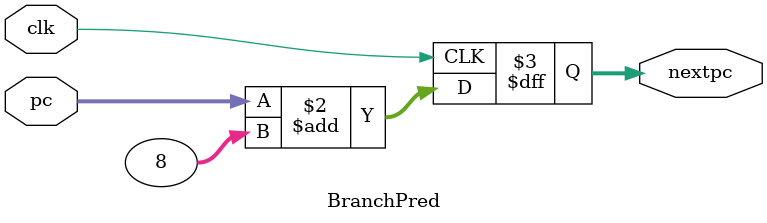
<source format=sv>
`default_nettype none

module BranchPred(
  input wire clk,
  input wire [31:0] pc,
  output logic [31:0] nextpc
);
  always_ff @(posedge clk) begin
    nextpc <= pc + 8;
  end
endmodule

`default_nettype wire
</source>
